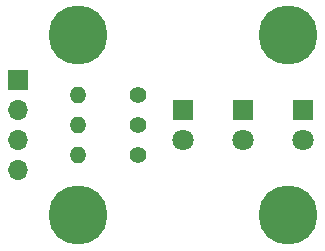
<source format=gts>
%TF.GenerationSoftware,KiCad,Pcbnew,(5.1.10-1-10_14)*%
%TF.CreationDate,2021-10-20T08:18:25-04:00*%
%TF.ProjectId,traffic-light,74726166-6669-4632-9d6c-696768742e6b,rev?*%
%TF.SameCoordinates,Original*%
%TF.FileFunction,Soldermask,Top*%
%TF.FilePolarity,Negative*%
%FSLAX46Y46*%
G04 Gerber Fmt 4.6, Leading zero omitted, Abs format (unit mm)*
G04 Created by KiCad (PCBNEW (5.1.10-1-10_14)) date 2021-10-20 08:18:25*
%MOMM*%
%LPD*%
G01*
G04 APERTURE LIST*
%ADD10O,1.400000X1.400000*%
%ADD11C,1.400000*%
%ADD12O,1.700000X1.700000*%
%ADD13R,1.700000X1.700000*%
%ADD14C,5.000000*%
%ADD15C,1.800000*%
%ADD16R,1.800000X1.800000*%
G04 APERTURE END LIST*
D10*
%TO.C,R3*%
X118110000Y-90170000D03*
D11*
X123190000Y-90170000D03*
%TD*%
D10*
%TO.C,R2*%
X118110000Y-87630000D03*
D11*
X123190000Y-87630000D03*
%TD*%
D10*
%TO.C,R1*%
X118110000Y-85090000D03*
D11*
X123190000Y-85090000D03*
%TD*%
D12*
%TO.C,J1*%
X113030000Y-91440000D03*
X113030000Y-88900000D03*
X113030000Y-86360000D03*
D13*
X113030000Y-83820000D03*
%TD*%
D14*
%TO.C,H4*%
X135890000Y-95250000D03*
%TD*%
%TO.C,H3*%
X118110000Y-95250000D03*
%TD*%
%TO.C,H2*%
X135890000Y-80010000D03*
%TD*%
%TO.C,H1*%
X118110000Y-80010000D03*
%TD*%
D15*
%TO.C,D3*%
X137160000Y-88900000D03*
D16*
X137160000Y-86360000D03*
%TD*%
D15*
%TO.C,D2*%
X132080000Y-88900000D03*
D16*
X132080000Y-86360000D03*
%TD*%
D15*
%TO.C,D1*%
X127000000Y-88900000D03*
D16*
X127000000Y-86360000D03*
%TD*%
M02*

</source>
